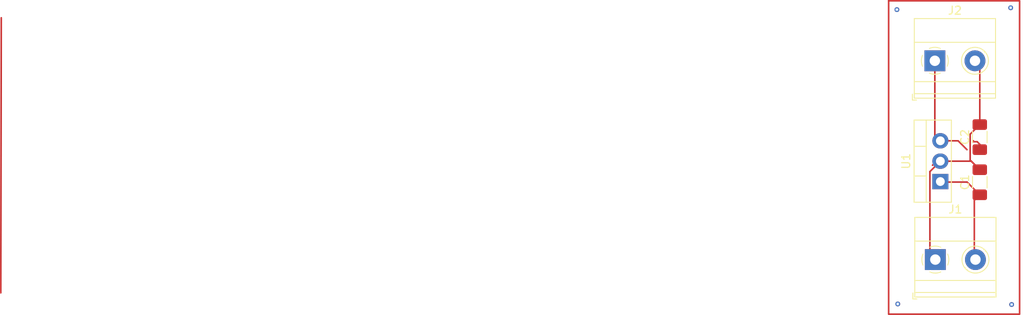
<source format=kicad_pcb>
(kicad_pcb (version 20240108) (generator "pcbnew") (generator_version "8.0")
  (layers (0 "F.Cu" signal) (31 "B.Cu" signal) (34 "B.Paste" user) (35 "F.Paste" user) (36 "B.SilkS" user "B.Silkscreen") (37 "F.SilkS" user "F.Silkscreen") (38 "B.Mask" user) (39 "F.Mask" user) (44 "Edge.Cuts" user))
  (net 0 "")
  (net 1 "GND")
  (net 2 "+7.5V")
  (net 3 "+5V")
  (footprint "Capacitor_SMD:C_1206_3216Metric_Pad1.33x1.80mm_HandSolder" (layer "F.Cu") (at 122 88.0625 90)
    (property "Reference" "C1" (at 0 -1.85 90) (layer "F.SilkS"))
    (property "Value" "0.2uf")
    (fp_line (start -0.711252 -0.91) (end 0.711252 -0.91) (stroke (width 0.12)) (layer "F.SilkS"))
    (fp_line (start -0.711252 0.91) (end 0.711252 0.91) (stroke (width 0.12)) (layer "F.SilkS"))
    (pad "1" smd roundrect (at -1.5625 0 90) (size 1.325 1.8) (layers "F.Cu" "F.Paste" "F.Mask") (roundrect_rratio 0.188679) (net 2 "+7.5V"))
    (pad "2" smd roundrect (at 1.5625 0 90) (size 1.325 1.8) (layers "F.Cu" "F.Paste" "F.Mask") (roundrect_rratio 0.188679) (net 1 "GND"))
  )
  (footprint "Capacitor_SMD:C_1206_3216Metric_Pad1.33x1.80mm_HandSolder" (layer "F.Cu") (at 122 82.4375 90)
    (property "Reference" "C2" (at 0 -1.85 90) (layer "F.SilkS"))
    (property "Value" "0.1uf")
    (fp_line (start -0.711252 -0.91) (end 0.711252 -0.91) (stroke (width 0.12)) (layer "F.SilkS"))
    (fp_line (start -0.711252 0.91) (end 0.711252 0.91) (stroke (width 0.12)) (layer "F.SilkS"))
    (pad "1" smd roundrect (at -1.5625 0 90) (size 1.325 1.8) (layers "F.Cu" "F.Paste" "F.Mask") (roundrect_rratio 0.188679) (net 3 "+5V"))
    (pad "2" smd roundrect (at 1.5625 0 90) (size 1.325 1.8) (layers "F.Cu" "F.Paste" "F.Mask") (roundrect_rratio 0.188679) (net 1 "GND"))
  )
  (footprint "TerminalBlock_Phoenix:TerminalBlock_Phoenix_MKDS-1,5-2_1x02_P5.00mm_Horizontal" (layer "F.Cu") (at 116.4 72.925)
    (property "Reference" "J2" (at 2.5 -6.26 0) (layer "F.SilkS"))
    (property "Value" "Screw_Terminal_01x02")
    (fp_line (start -2.8 4.16) (end -2.8 4.9) (stroke (width 0.12)) (layer "F.SilkS"))
    (fp_line (start -2.8 4.9) (end -2.3 4.9) (stroke (width 0.12)) (layer "F.SilkS"))
    (fp_line (start -2.56 -5.261) (end -2.56 4.66) (stroke (width 0.12)) (layer "F.SilkS"))
    (fp_line (start -2.56 -5.261) (end 7.56 -5.261) (stroke (width 0.12)) (layer "F.SilkS"))
    (fp_line (start -2.56 -2.301) (end 7.56 -2.301) (stroke (width 0.12)) (layer "F.SilkS"))
    (fp_line (start -2.56 2.6) (end 7.56 2.6) (stroke (width 0.12)) (layer "F.SilkS"))
    (fp_line (start -2.56 4.1) (end 7.56 4.1) (stroke (width 0.12)) (layer "F.SilkS"))
    (fp_line (start -2.56 4.66) (end 7.56 4.66) (stroke (width 0.12)) (layer "F.SilkS"))
    (fp_line (start 3.773 1.023) (end 3.726 1.069) (stroke (width 0.12)) (layer "F.SilkS"))
    (fp_line (start 3.966 1.239) (end 3.931 1.274) (stroke (width 0.12)) (layer "F.SilkS"))
    (fp_line (start 6.07 -1.275) (end 6.035 -1.239) (stroke (width 0.12)) (layer "F.SilkS"))
    (fp_line (start 6.275 -1.069) (end 6.228 -1.023) (stroke (width 0.12)) (layer "F.SilkS"))
    (fp_line (start 7.56 -5.261) (end 7.56 4.66) (stroke (width 0.12)) (layer "F.SilkS"))
    (fp_arc (start -1.535427 0.683042) (mid -1.680501 -0.000524) (end -1.535 -0.684) (stroke (width 0.12)) (layer "F.SilkS"))
    (fp_arc (start -0.683042 -1.535427) (mid 0.000524 -1.680501) (end 0.684 -1.535) (stroke (width 0.12)) (layer "F.SilkS"))
    (fp_arc (start 0.028805 1.680253) (mid -0.335551 1.646659) (end -0.684 1.535) (stroke (width 0.12)) (layer "F.SilkS"))
    (fp_arc (start 0.683318 1.534756) (mid 0.349292 1.643288) (end 0 1.68) (stroke (width 0.12)) (layer "F.SilkS"))
    (fp_arc (start 1.535427 -0.683042) (mid 1.680501 0.000524) (end 1.535 0.684) (stroke (width 0.12)) (layer "F.SilkS"))
    (fp_circle (center 5 0) (end 6.68 0) (stroke (width 0.12)) (fill none) (layer "F.SilkS"))
    (pad "1" thru_hole rect (at 0 0) (size 2.6 2.6) (drill 1.3) (layers "*.Cu" "*.Mask") (net 3 "+5V"))
    (pad "2" thru_hole circle (at 5 0) (size 2.6 2.6) (drill 1.3) (layers "*.Cu" "*.Mask") (net 1 "GND"))
  )
  (footprint "TerminalBlock_Phoenix:TerminalBlock_Phoenix_MKDS-1,5-2_1x02_P5.00mm_Horizontal" (layer "F.Cu") (at 116.46 97.7)
    (property "Reference" "J1" (at 2.5 -6.26 360) (layer "F.SilkS"))
    (property "Value" "Screw_Terminal_01x02")
    (fp_line (start -2.8 4.16) (end -2.8 4.9) (stroke (width 0.12)) (layer "F.SilkS"))
    (fp_line (start -2.8 4.9) (end -2.3 4.9) (stroke (width 0.12)) (layer "F.SilkS"))
    (fp_line (start -2.56 -5.261) (end -2.56 4.66) (stroke (width 0.12)) (layer "F.SilkS"))
    (fp_line (start -2.56 -5.261) (end 7.56 -5.261) (stroke (width 0.12)) (layer "F.SilkS"))
    (fp_line (start -2.56 -2.301) (end 7.56 -2.301) (stroke (width 0.12)) (layer "F.SilkS"))
    (fp_line (start -2.56 2.6) (end 7.56 2.6) (stroke (width 0.12)) (layer "F.SilkS"))
    (fp_line (start -2.56 4.1) (end 7.56 4.1) (stroke (width 0.12)) (layer "F.SilkS"))
    (fp_line (start -2.56 4.66) (end 7.56 4.66) (stroke (width 0.12)) (layer "F.SilkS"))
    (fp_line (start 3.773 1.023) (end 3.726 1.069) (stroke (width 0.12)) (layer "F.SilkS"))
    (fp_line (start 3.966 1.239) (end 3.931 1.274) (stroke (width 0.12)) (layer "F.SilkS"))
    (fp_line (start 6.07 -1.275) (end 6.035 -1.239) (stroke (width 0.12)) (layer "F.SilkS"))
    (fp_line (start 6.275 -1.069) (end 6.228 -1.023) (stroke (width 0.12)) (layer "F.SilkS"))
    (fp_line (start 7.56 -5.261) (end 7.56 4.66) (stroke (width 0.12)) (layer "F.SilkS"))
    (fp_arc (start -1.535427 0.683042) (mid -1.680501 -0.000524) (end -1.535 -0.684) (stroke (width 0.12)) (layer "F.SilkS"))
    (fp_arc (start -0.683042 -1.535427) (mid 0.000524 -1.680501) (end 0.684 -1.535) (stroke (width 0.12)) (layer "F.SilkS"))
    (fp_arc (start 0.028805 1.680253) (mid -0.335551 1.646659) (end -0.684 1.535) (stroke (width 0.12)) (layer "F.SilkS"))
    (fp_arc (start 0.683318 1.534756) (mid 0.349292 1.643288) (end 0 1.68) (stroke (width 0.12)) (layer "F.SilkS"))
    (fp_arc (start 1.535427 -0.683042) (mid 1.680501 0.000524) (end 1.535 0.684) (stroke (width 0.12)) (layer "F.SilkS"))
    (fp_circle (center 5 0) (end 6.68 0) (stroke (width 0.12)) (fill none) (layer "F.SilkS"))
    (pad "1" thru_hole rect (at 0 0) (size 2.6 2.6) (drill 1.3) (layers "*.Cu" "*.Mask") (net 1 "GND"))
    (pad "2" thru_hole circle (at 5 0) (size 2.6 2.6) (drill 1.3) (layers "*.Cu" "*.Mask") (net 2 "+7.5V"))
  )
  (footprint "Package_TO_SOT_THT:TO-220-3_Vertical" (layer "F.Cu") (at 117.085 87.975 90)
    (property "Reference" "U1" (at 2.54 -4.27 90) (layer "F.SilkS"))
    (property "Value" "LM7805_TO220")
    (fp_line (start 7.66 -3.27) (end 7.66 1.371) (stroke (width 0.12)) (layer "F.SilkS"))
    (fp_line (start 4.391 -3.27) (end 4.391 -1.76) (stroke (width 0.12)) (layer "F.SilkS"))
    (fp_line (start 0.69 -3.27) (end 0.69 -1.76) (stroke (width 0.12)) (layer "F.SilkS"))
    (fp_line (start -2.58 -3.27) (end 7.66 -3.27) (stroke (width 0.12)) (layer "F.SilkS"))
    (fp_line (start -2.58 -3.27) (end -2.58 1.371) (stroke (width 0.12)) (layer "F.SilkS"))
    (fp_line (start -2.58 -1.76) (end 7.66 -1.76) (stroke (width 0.12)) (layer "F.SilkS"))
    (fp_line (start -2.58 1.371) (end 7.66 1.371) (stroke (width 0.12)) (layer "F.SilkS"))
    (pad "1" thru_hole rect (at 0 0 90) (size 1.905 2) (drill 1.1) (layers "*.Cu" "*.Mask") (net 2 "+7.5V"))
    (pad "2" thru_hole oval (at 2.54 0 90) (size 1.905 2) (drill 1.1) (layers "*.Cu" "*.Mask") (net 1 "GND"))
    (pad "3" thru_hole oval (at 5.08 0 90) (size 1.905 2) (drill 1.1) (layers "*.Cu" "*.Mask") (net 3 "+5V"))
  )
  (gr_rect (start 110.64 65.45) (end 126.96 104.5) (stroke (width 0.2)) (fill none) (layer "F.Cu"))
  (gr_line (start 0.061613 67.566407) (end 0 101.84) (stroke (width 0.2)) (layer "F.Cu"))
  (via (at 111.78 103.23) (size 0.6) (drill 0.3) (layers "F.Cu" "B.Cu") (net 0))
  (via (at 111.67 66.55) (size 0.6) (drill 0.3) (layers "F.Cu" "B.Cu") (net 0))
  (via (at 125.85 66.32) (size 0.6) (drill 0.3) (layers "F.Cu" "B.Cu") (net 0))
  (via (at 125.97 103.3) (size 0.6) (drill 0.3) (layers "F.Cu" "B.Cu") (net 0))
  (segment (start 115.785 86.735) (end 117.085 85.435) (width 0.2) (layer "F.Cu") (net 1))
  (segment (start 116 98.5) (end 115.5 98.5) (width 0.2) (layer "F.Cu") (net 1))
  (segment (start 120.8 85.3) (end 120.8 82.075) (width 0.2) (layer "F.Cu") (net 1))
  (segment (start 120.8 82.075) (end 122 80.875) (width 0.2) (layer "F.Cu") (net 1))
  (segment (start 122 80.875) (end 122 73.525) (width 0.2) (layer "F.Cu") (net 1))
  (segment (start 115.785 97.025) (end 115.785 86.735) (width 0.2) (layer "F.Cu") (net 1))
  (segment (start 122 73.525) (end 121.4 72.925) (width 0.2) (layer "F.Cu") (net 1))
  (segment (start 116.46 97.7) (end 115.785 97.025) (width 0.2) (layer "F.Cu") (net 1))
  (segment (start 116.945 85.5) (end 116.945 85.535) (width 0.2) (layer "F.Cu") (net 1))
  (segment (start 117.085 85.435) (end 117.085 86.065) (width 0.2) (layer "F.Cu") (net 1))
  (segment (start 122 86.5) (end 120.8 85.3) (width 0.2) (layer "F.Cu") (net 1))
  (segment (start 117.085 85.435) (end 120.935 85.435) (width 0.2) (layer "F.Cu") (net 1))
  (segment (start 116.79 85.69) (end 116.79 85.36) (width 0.2) (layer "F.Cu") (net 1))
  (segment (start 117.085 86.065) (end 117.11 86.09) (width 0.2) (layer "F.Cu") (net 1))
  (segment (start 116.62 85.435) (end 117.085 85.435) (width 0.2) (layer "F.Cu") (net 1))
  (segment (start 120.935 85.435) (end 122 86.5) (width 0.2) (layer "F.Cu") (net 1))
  (segment (start 116.11 85.945) (end 116.62 85.435) (width 0.2) (layer "F.Cu") (net 1))
  (segment (start 116.255 97.7) (end 115.89 97.7) (width 0.2) (layer "F.Cu") (net 1))
  (segment (start 116.32 97.765) (end 116.255 97.7) (width 0.2) (layer "F.Cu") (net 1))
  (segment (start 116.945 85.535) (end 116.79 85.69) (width 0.2) (layer "F.Cu") (net 1))
  (segment (start 116.945 88.04) (end 120.415 88.04) (width 0.2) (layer "F.Cu") (net 2))
  (segment (start 121.32 90.305) (end 122 89.625) (width 0.2) (layer "F.Cu") (net 2))
  (segment (start 120.415 88.04) (end 122 89.625) (width 0.2) (layer "F.Cu") (net 2))
  (segment (start 121.32 97.765) (end 121.32 90.305) (width 0.2) (layer "F.Cu") (net 2))
  (segment (start 121.2 83.01) (end 121.2 82.895) (width 0.2) (layer "F.Cu") (net 3))
  (segment (start 122 83.3375) (end 121.6725 83.01) (width 0.2) (layer "F.Cu") (net 3))
  (segment (start 116.395 72.925) (end 116.22 73.1) (width 0.2) (layer "F.Cu") (net 3))
  (segment (start 116.4 72.925) (end 116.395 72.925) (width 0.2) (layer "F.Cu") (net 3))
  (segment (start 117.085 82.895) (end 119.295 82.895) (width 0.2) (layer "F.Cu") (net 3))
  (segment (start 116.4 82.21) (end 117.085 82.895) (width 0.2) (layer "F.Cu") (net 3))
  (segment (start 121.6725 83.01) (end 121.2 83.01) (width 0.2) (layer "F.Cu") (net 3))
  (segment (start 122 84) (end 122 83.3375) (width 0.2) (layer "F.Cu") (net 3))
  (segment (start 116.4 72.925) (end 116.4 82.21) (width 0.2) (layer "F.Cu") (net 3))
  (segment (start 119.295 82.895) (end 120.4 84) (width 0.2) (layer "F.Cu") (net 3))
)
</source>
